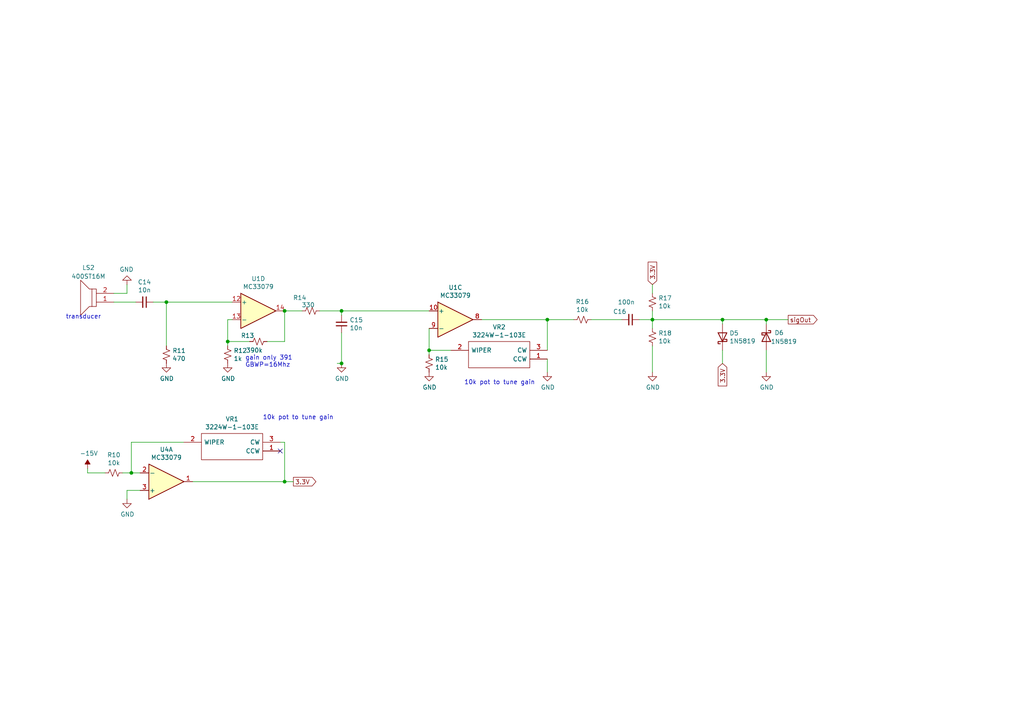
<source format=kicad_sch>
(kicad_sch (version 20211123) (generator eeschema)
  (paper "A4")
  (lib_symbols
    (symbol "Amplifier_Operational:MC33079" (pin_names (offset 0.127))
      (property "Reference" "U" (at 0 5.08 0))
      (property "Value" "MC33079" (at 0 -5.08 0))
      (symbol "MC33079_1_1"
        (polyline (pts (xy -5.08 5.08) (xy 5.08 0) (xy -5.08 -5.08) (xy -5.08 5.08)) (stroke (width 0.254)) (fill (type background)))
        (pin output line (at 7.62 0 180) (length 2.54) (name "~") (number "1"))
        (pin input line (at -7.62 -2.54 0) (length 2.54) (name "-") (number "2"))
        (pin input line (at -7.62 2.54 0) (length 2.54) (name "+") (number "3"))
      )
      (symbol "MC33079_2_1"
        (polyline (pts (xy -5.08 5.08) (xy 5.08 0) (xy -5.08 -5.08) (xy -5.08 5.08)) (stroke (width 0.254)) (fill (type background)))
        (pin input line (at -7.62 2.54 0) (length 2.54) (name "+") (number "5"))
        (pin input line (at -7.62 -2.54 0) (length 2.54) (name "-") (number "6"))
        (pin output line (at 7.62 0 180) (length 2.54) (name "~") (number "7"))
      )
      (symbol "MC33079_3_1"
        (polyline (pts (xy -5.08 5.08) (xy 5.08 0) (xy -5.08 -5.08) (xy -5.08 5.08)) (stroke (width 0.254)) (fill (type background)))
        (pin input line (at -7.62 2.54 0) (length 2.54) (name "+") (number "10"))
        (pin output line (at 7.62 0 180) (length 2.54) (name "~") (number "8"))
        (pin input line (at -7.62 -2.54 0) (length 2.54) (name "-") (number "9"))
      )
      (symbol "MC33079_4_1"
        (polyline (pts (xy -5.08 5.08) (xy 5.08 0) (xy -5.08 -5.08) (xy -5.08 5.08)) (stroke (width 0.254)) (fill (type background)))
        (pin input line (at -7.62 2.54 0) (length 2.54) (name "+") (number "12"))
        (pin input line (at -7.62 -2.54 0) (length 2.54) (name "-") (number "13"))
        (pin output line (at 7.62 0 180) (length 2.54) (name "~") (number "14"))
      )
      (symbol "MC33079_5_1"
        (pin power_in line (at -2.54 -7.62 90) (length 3.81) (name "V-") (number "11"))
        (pin power_in line (at -2.54 7.62 270) (length 3.81) (name "V+") (number "4"))
      )
    )
    (symbol "Device:C_Small" (pin_numbers hide) (pin_names (offset 0.254) hide)
      (property "Reference" "C" (at 0.254 1.778 0))
      (property "Value" "C_Small" (at 0.254 -2.032 0))
      (symbol "C_Small_0_1"
        (polyline (pts (xy -1.524 -0.508) (xy 1.524 -0.508)) (stroke (width 0.3302)))
        (polyline (pts (xy -1.524 0.508) (xy 1.524 0.508)) (stroke (width 0.3048)))
      )
      (symbol "C_Small_1_1"
        (pin passive line (at 0 2.54 270) (length 2.032) (name "~") (number "1"))
        (pin passive line (at 0 -2.54 90) (length 2.032) (name "~") (number "2"))
      )
    )
    (symbol "Device:R_Small_US" (pin_numbers hide) (pin_names (offset 0.254) hide)
      (property "Reference" "R" (at 0.762 0.508 0))
      (property "Value" "R_Small_US" (at 0.762 -1.016 0))
      (symbol "R_Small_US_1_1"
        (polyline (pts (xy 0 0) (xy 1.016 -0.381) (xy 0 -0.762) (xy -1.016 -1.143) (xy 0 -1.524)))
        (polyline (pts (xy 0 1.524) (xy 1.016 1.143) (xy 0 0.762) (xy -1.016 0.381) (xy 0 0)))
        (pin passive line (at 0 2.54 270) (length 1.016) (name "~") (number "1"))
        (pin passive line (at 0 -2.54 90) (length 1.016) (name "~") (number "2"))
      )
    )
    (symbol "Diode:1N5819" (pin_numbers hide) (pin_names (offset 1.016) hide)
      (property "Reference" "D" (at 0 2.54 0))
      (property "Value" "1N5819" (at 0 -2.54 0))
      (symbol "1N5819_0_1"
        (polyline (pts (xy 1.27 0) (xy -1.27 0)))
        (polyline (pts (xy 1.27 1.27) (xy 1.27 -1.27) (xy -1.27 0) (xy 1.27 1.27)) (stroke (width 0.254)))
        (polyline (pts (xy -1.905 0.635) (xy -1.905 1.27) (xy -1.27 1.27) (xy -1.27 -1.27) (xy -0.635 -1.27) (xy -0.635 -0.635)) (stroke (width 0.254)))
      )
      (symbol "1N5819_1_1"
        (pin passive line (at -3.81 0 0) (length 2.54) (name "K") (number "1"))
        (pin passive line (at 3.81 0 180) (length 2.54) (name "A") (number "2"))
      )
    )
    (symbol "SamacSys_Parts:400ST16M" (pin_names (offset 0.762))
      (property "Reference" "LS2" (at 7.366 -9.999 0))
      (property "Value" "400ST16M" (at 7.366 -7.4621 0))
      (symbol "400ST16M_0_0"
        (pin passive line (at 0 0 0) (length 5.08) (name "~") (number "1"))
        (pin passive line (at 0 -2.54 0) (length 5.08) (name "~") (number "2"))
      )
      (symbol "400ST16M_0_1"
        (polyline (pts (xy 5.08 1.27) (xy 5.08 -3.81) (xy 6.35 -3.81) (xy 6.35 1.27) (xy 5.08 1.27)) (stroke (width 0.1524)))
        (polyline (pts (xy 6.35 1.27) (xy 7.112 1.27) (xy 9.652 3.81) (xy 9.652 -6.35) (xy 7.112 -3.81) (xy 6.35 -3.81)) (stroke (width 0.1524)))
      )
    )
    (symbol "UltrasoundDriver-rescue:3224W-1-103E-SamacSys_Parts" (pin_names (offset 0.762))
      (property "Reference" "VR" (at 24.13 7.62 0))
      (property "Value" "3224W-1-103E-SamacSys_Parts" (at 24.13 5.08 0))
      (symbol "3224W-1-103E-SamacSys_Parts_0_0"
        (pin passive line (at 27.94 -2.54 180) (length 5.08) (name "CCW") (number "1"))
        (pin passive line (at 0 0 0) (length 5.08) (name "WIPER") (number "2"))
        (pin passive line (at 27.94 0 180) (length 5.08) (name "CW") (number "3"))
      )
      (symbol "3224W-1-103E-SamacSys_Parts_0_1"
        (polyline (pts (xy 5.08 2.54) (xy 22.86 2.54) (xy 22.86 -5.08) (xy 5.08 -5.08) (xy 5.08 2.54)) (stroke (width 0.1524)))
      )
    )
    (symbol "power:-15V" (power) (pin_names (offset 0))
      (property "Value" "-15V" (at 0 3.81 0))
      (symbol "-15V_0_0"
        (pin power_in line (at 0 0 90) (length 0) hide (name "-15V") (number "1"))
      )
      (symbol "-15V_0_1"
        (polyline (pts (xy 0 0) (xy 0 1.27) (xy 0.762 1.27) (xy 0 2.54) (xy -0.762 1.27) (xy 0 1.27)) (fill (type outline)))
      )
    )
    (symbol "power:GND" (power) (pin_names (offset 0))
      (property "Value" "GND" (at 0 -3.81 0))
      (symbol "GND_0_1"
        (polyline (pts (xy 0 0) (xy 0 -1.27) (xy 1.27 -1.27) (xy 0 -2.54) (xy -1.27 -1.27) (xy 0 -1.27)))
      )
      (symbol "GND_1_1"
        (pin power_in line (at 0 0 270) (length 0) hide (name "GND") (number "1"))
      )
    )
  )
  (junction (at 99.06 90.17))
  (junction (at 209.55 92.71))
  (junction (at 82.55 90.17))
  (junction (at 99.06 105.41))
  (junction (at 189.23 92.71))
  (junction (at 222.25 92.71))
  (junction (at 38.1 137.16))
  (junction (at 48.26 87.63))
  (junction (at 124.46 101.6))
  (junction (at 66.04 99.06))
  (junction (at 158.75 92.71))
  (junction (at 82.55 139.7))
  (no_connect (at 81.28 130.81))
  (wire (pts (xy 209.55 101.6) (xy 209.55 105.41)))
  (wire (pts (xy 124.46 101.6) (xy 130.81 101.6)))
  (wire (pts (xy 222.25 101.6) (xy 222.25 107.95)))
  (wire (pts (xy 40.64 137.16) (xy 38.1 137.16)))
  (wire (pts (xy 82.55 99.06) (xy 82.55 90.17)))
  (wire (pts (xy 67.31 92.71) (xy 66.04 92.71)))
  (wire (pts (xy 30.48 137.16) (xy 25.4 137.16)))
  (wire (pts (xy 66.04 99.06) (xy 72.39 99.06)))
  (wire (pts (xy 82.55 128.27) (xy 81.28 128.27)))
  (wire (pts (xy 189.23 100.33) (xy 189.23 107.95)))
  (wire (pts (xy 36.83 144.78) (xy 36.83 142.24)))
  (wire (pts (xy 171.45 92.71) (xy 180.34 92.71)))
  (wire (pts (xy 189.23 90.17) (xy 189.23 92.71)))
  (wire (pts (xy 48.26 87.63) (xy 67.31 87.63)))
  (wire (pts (xy 82.55 90.17) (xy 87.63 90.17)))
  (wire (pts (xy 38.1 137.16) (xy 35.56 137.16)))
  (wire (pts (xy 77.47 99.06) (xy 82.55 99.06)))
  (wire (pts (xy 44.45 87.63) (xy 48.26 87.63)))
  (wire (pts (xy 222.25 93.98) (xy 222.25 92.71)))
  (wire (pts (xy 36.83 142.24) (xy 40.64 142.24)))
  (wire (pts (xy 99.06 90.17) (xy 99.06 91.44)))
  (wire (pts (xy 139.7 92.71) (xy 158.75 92.71)))
  (wire (pts (xy 48.26 87.63) (xy 48.26 100.33)))
  (wire (pts (xy 222.25 92.71) (xy 209.55 92.71)))
  (wire (pts (xy 55.88 139.7) (xy 82.55 139.7)))
  (wire (pts (xy 25.4 137.16) (xy 25.4 135.89)))
  (wire (pts (xy 99.06 90.17) (xy 124.46 90.17)))
  (wire (pts (xy 66.04 99.06) (xy 66.04 100.33)))
  (wire (pts (xy 39.37 87.63) (xy 33.02 87.63)))
  (wire (pts (xy 82.55 139.7) (xy 85.09 139.7)))
  (wire (pts (xy 53.34 128.27) (xy 38.1 128.27)))
  (wire (pts (xy 189.23 92.71) (xy 189.23 95.25)))
  (wire (pts (xy 222.25 92.71) (xy 228.6 92.71)))
  (wire (pts (xy 166.37 92.71) (xy 158.75 92.71)))
  (wire (pts (xy 82.55 139.7) (xy 82.55 128.27)))
  (wire (pts (xy 158.75 104.14) (xy 158.75 107.95)))
  (wire (pts (xy 209.55 92.71) (xy 209.55 93.98)))
  (wire (pts (xy 185.42 92.71) (xy 189.23 92.71)))
  (wire (pts (xy 189.23 82.55) (xy 189.23 85.09)))
  (wire (pts (xy 99.06 96.52) (xy 99.06 105.41)))
  (wire (pts (xy 33.02 85.09) (xy 36.83 85.09)))
  (wire (pts (xy 189.23 92.71) (xy 209.55 92.71)))
  (wire (pts (xy 124.46 95.25) (xy 124.46 101.6)))
  (wire (pts (xy 92.71 90.17) (xy 99.06 90.17)))
  (wire (pts (xy 99.06 105.41) (xy 97.79 105.41)))
  (wire (pts (xy 36.83 85.09) (xy 36.83 82.55)))
  (wire (pts (xy 124.46 101.6) (xy 124.46 102.87)))
  (wire (pts (xy 66.04 92.71) (xy 66.04 99.06)))
  (wire (pts (xy 38.1 128.27) (xy 38.1 137.16)))
  (wire (pts (xy 158.75 101.6) (xy 158.75 92.71)))
  (text "transducer" (at 19.05 92.71 0) (effects (font (size 1.27 1.27)) (justify left bottom)))
  (text "10k pot to tune gain\n" (at 76.2 121.92 0) (effects (font (size 1.27 1.27)) (justify left bottom)))
  (text "10k pot to tune gain\n" (at 134.62 111.76 0) (effects (font (size 1.27 1.27)) (justify left bottom)))
  (text "gain only 391 \nGBWP=16Mhz" (at 71.12 106.68 0) (effects (font (size 1.27 1.27)) (justify left bottom)))
  (global_label "sigOut" (shape output) (at 228.6 92.71 0) (property "Intersheet References" "${INTERSHEET_REFS}" (effects hide)))
  (global_label "3.3V" (shape input) (at 189.23 82.55 90) (property "Intersheet References" "${INTERSHEET_REFS}" (effects hide)))
  (global_label "3.3V" (shape input) (at 209.55 105.41 270) (property "Intersheet References" "${INTERSHEET_REFS}" (effects hide)))
  (global_label "3.3V" (shape output) (at 85.09 139.7 0) (property "Intersheet References" "${INTERSHEET_REFS}" (effects hide)))
  (symbol (lib_id "Amplifier_Operational:MC33079") (at 74.93 90.17 0) (unit 4)
    (property "Reference" "U1" (at 74.93 80.8482 0))
    (property "Value" "MC33079" (at 74.93 83.1596 0))
    (property "Footprint" "Package_SO:SOIC-14_3.9x8.7mm_P1.27mm" (effects hide))
    (property "Datasheet" "https://www.onsemi.com/pub/Collateral/MC33078-D.PDF" (effects hide))
  )
  (symbol (lib_id "UltrasoundDriver-rescue:3224W-1-103E-SamacSys_Parts") (at 130.81 101.6 0) (unit 1)
    (property "Reference" "VR2" (at 144.78 94.869 0))
    (property "Value" "3224W-1-103E" (at 144.78 97.1804 0))
    (property "Footprint" "SamacSys_Parts:3224W1205E" (effects hide))
    (property "Datasheet" "http://uk.rs-online.com/web/p/products/0177481P" (effects hide))
    (property "Description" "Bourns 3224W Series 12-Turn SMD Cermet Trimmer Resistor with J-Hook Terminations, 10000 +/-10% 0.25W +/-100ppm/C" (effects hide))
    (property "Height" "5" (effects hide))
    (property "RS Part Number" "0177481P" (effects hide))
    (property "RS Price/Stock" "http://uk.rs-online.com/web/p/products/0177481P" (effects hide))
    (property "Manufacturer_Name" "Bourns" (effects hide))
    (property "Manufacturer_Part_Number" "3224W-1-103E" (effects hide))
    (property "Allied_Number" "70153354" (effects hide))
  )
  (symbol (lib_id "power:GND") (at 158.75 107.95 0) (unit 1)
    (property "Reference" "#PWR030" (effects hide))
    (property "Value" "GND" (at 158.877 112.3442 0))
  )
  (symbol (lib_id "Amplifier_Operational:MC33079") (at 48.26 139.7 0) (mirror x) (unit 1)
    (property "Reference" "U4" (at 48.26 130.3782 0))
    (property "Value" "MC33079" (at 48.26 132.6896 0))
    (property "Footprint" "Package_SO:SOIC-14_3.9x8.7mm_P1.27mm" (effects hide))
    (property "Datasheet" "https://www.onsemi.com/pub/Collateral/MC33078-D.PDF" (effects hide))
  )
  (symbol (lib_id "power:GND") (at 36.83 82.55 180) (unit 1)
    (property "Reference" "#PWR024" (effects hide))
    (property "Value" "GND" (at 36.703 78.1558 0))
  )
  (symbol (lib_id "power:GND") (at 36.83 144.78 0) (unit 1)
    (property "Reference" "#PWR025" (effects hide))
    (property "Value" "GND" (at 36.957 149.1742 0))
  )
  (symbol (lib_id "Device:C_Small") (at 41.91 87.63 270) (unit 1)
    (property "Reference" "C14" (at 41.91 81.8134 90))
    (property "Value" "10n" (at 41.91 84.1248 90))
    (property "Footprint" "Capacitor_SMD:C_0603_1608Metric" (effects hide))
  )
  (symbol (lib_id "Device:R_Small_US") (at 48.26 102.87 0) (unit 1)
    (property "Reference" "R11" (at 49.9872 101.7016 0) (effects (justify left)))
    (property "Value" "470" (at 49.9872 104.013 0) (effects (justify left)))
    (property "Footprint" "Resistor_SMD:R_0603_1608Metric" (effects hide))
  )
  (symbol (lib_id "power:-15V") (at 25.4 135.89 0) (unit 1)
    (property "Reference" "#PWR023" (effects hide))
    (property "Value" "-15V" (at 25.781 131.4958 0))
  )
  (symbol (lib_id "Device:R_Small_US") (at 33.02 137.16 270) (unit 1)
    (property "Reference" "R10" (at 33.02 131.953 90))
    (property "Value" "10k" (at 33.02 134.2644 90))
    (property "Footprint" "Resistor_SMD:R_0603_1608Metric" (effects hide))
  )
  (symbol (lib_id "Device:R_Small_US") (at 66.04 102.87 0) (unit 1)
    (property "Reference" "R12" (at 67.7672 101.7016 0) (effects (justify left)))
    (property "Value" "1k" (at 67.7672 104.013 0) (effects (justify left)))
    (property "Footprint" "Resistor_SMD:R_0603_1608Metric" (effects hide))
  )
  (symbol (lib_id "power:GND") (at 66.04 105.41 0) (unit 1)
    (property "Reference" "#PWR027" (effects hide))
    (property "Value" "GND" (at 66.167 109.8042 0))
  )
  (symbol (lib_id "UltrasoundDriver-rescue:3224W-1-103E-SamacSys_Parts") (at 53.34 128.27 0) (unit 1)
    (property "Reference" "VR1" (at 67.31 121.539 0))
    (property "Value" "3224W-1-103E" (at 67.31 123.8504 0))
    (property "Footprint" "SamacSys_Parts:3224W1205E" (effects hide))
    (property "Datasheet" "http://uk.rs-online.com/web/p/products/0177481P" (effects hide))
    (property "Description" "Bourns 3224W Series 12-Turn SMD Cermet Trimmer Resistor with J-Hook Terminations, 10000 +/-10% 0.25W +/-100ppm/C" (effects hide))
    (property "Height" "5" (effects hide))
    (property "RS Part Number" "0177481P" (effects hide))
    (property "RS Price/Stock" "http://uk.rs-online.com/web/p/products/0177481P" (effects hide))
    (property "Manufacturer_Name" "Bourns" (effects hide))
    (property "Manufacturer_Part_Number" "3224W-1-103E" (effects hide))
    (property "Allied_Number" "70153354" (effects hide))
  )
  (symbol (lib_id "Device:R_Small_US") (at 74.93 99.06 90) (unit 1)
    (property "Reference" "R13" (at 73.7616 97.3328 90) (effects (justify left)))
    (property "Value" "390k" (at 76.2 101.6 90) (effects (justify left)))
    (property "Footprint" "Resistor_SMD:R_0603_1608Metric" (effects hide))
  )
  (symbol (lib_id "Device:R_Small_US") (at 90.17 90.17 90) (unit 1)
    (property "Reference" "R14" (at 88.9 86.36 90) (effects (justify left)))
    (property "Value" "330" (at 91.313 88.4428 90) (effects (justify left)))
    (property "Footprint" "Resistor_SMD:R_0603_1608Metric" (effects hide))
  )
  (symbol (lib_id "Device:C_Small") (at 99.06 93.98 180) (unit 1)
    (property "Reference" "C15" (at 101.3968 92.8116 0) (effects (justify right)))
    (property "Value" "10n" (at 101.3968 95.123 0) (effects (justify right)))
    (property "Footprint" "Capacitor_SMD:C_0603_1608Metric" (effects hide))
  )
  (symbol (lib_id "Device:R_Small_US") (at 168.91 92.71 270) (unit 1)
    (property "Reference" "R16" (at 168.91 87.503 90))
    (property "Value" "10k" (at 168.91 89.8144 90))
    (property "Footprint" "Resistor_SMD:R_0603_1608Metric" (effects hide))
  )
  (symbol (lib_id "power:GND") (at 99.06 105.41 0) (unit 1)
    (property "Reference" "#PWR028" (effects hide))
    (property "Value" "GND" (at 99.187 109.8042 0))
  )
  (symbol (lib_id "Amplifier_Operational:MC33079") (at 132.08 92.71 0) (unit 3)
    (property "Reference" "U1" (at 132.08 83.3882 0))
    (property "Value" "MC33079" (at 132.08 85.6996 0))
    (property "Footprint" "Package_SO:SOIC-14_3.9x8.7mm_P1.27mm" (effects hide))
    (property "Datasheet" "https://www.onsemi.com/pub/Collateral/MC33078-D.PDF" (effects hide))
  )
  (symbol (lib_id "Device:C_Small") (at 182.88 92.71 270) (unit 1)
    (property "Reference" "C16" (at 181.7116 90.3732 90) (effects (justify right)))
    (property "Value" "100n" (at 184.15 87.63 90) (effects (justify right)))
    (property "Footprint" "Capacitor_SMD:C_0603_1608Metric" (effects hide))
  )
  (symbol (lib_id "Device:R_Small_US") (at 124.46 105.41 0) (unit 1)
    (property "Reference" "R15" (at 126.1872 104.2416 0) (effects (justify left)))
    (property "Value" "10k" (at 126.1872 106.553 0) (effects (justify left)))
    (property "Footprint" "Resistor_SMD:R_0603_1608Metric" (effects hide))
  )
  (symbol (lib_id "power:GND") (at 124.46 107.95 0) (unit 1)
    (property "Reference" "#PWR029" (effects hide))
    (property "Value" "GND" (at 124.587 112.3442 0))
  )
  (symbol (lib_id "Device:R_Small_US") (at 189.23 87.63 180) (unit 1)
    (property "Reference" "R17" (at 190.9572 86.4616 0) (effects (justify right)))
    (property "Value" "10k" (at 190.9572 88.773 0) (effects (justify right)))
    (property "Footprint" "Resistor_SMD:R_0603_1608Metric" (effects hide))
  )
  (symbol (lib_id "Device:R_Small_US") (at 189.23 97.79 180) (unit 1)
    (property "Reference" "R18" (at 190.9572 96.6216 0) (effects (justify right)))
    (property "Value" "10k" (at 190.9572 98.933 0) (effects (justify right)))
    (property "Footprint" "Resistor_SMD:R_0603_1608Metric" (effects hide))
  )
  (symbol (lib_id "power:GND") (at 189.23 107.95 0) (unit 1)
    (property "Reference" "#PWR031" (effects hide))
    (property "Value" "GND" (at 189.357 112.3442 0))
  )
  (symbol (lib_id "Diode:1N5819") (at 209.55 97.79 90) (unit 1)
    (property "Reference" "D5" (at 211.5566 96.6216 90) (effects (justify right)))
    (property "Value" "1N5819" (at 211.5566 98.933 90) (effects (justify right)))
    (property "Footprint" "Diode_THT:D_DO-41_SOD81_P10.16mm_Horizontal" (effects hide))
    (property "Datasheet" "http://www.vishay.com/docs/88525/1n5817.pdf" (effects hide))
  )
  (symbol (lib_id "Diode:1N5819") (at 222.25 97.79 270) (unit 1)
    (property "Reference" "D6" (at 227.33 96.52 90) (effects (justify right)))
    (property "Value" "1N5819" (at 231.14 99.06 90) (effects (justify right)))
    (property "Footprint" "Diode_THT:D_DO-41_SOD81_P10.16mm_Horizontal" (effects hide))
    (property "Datasheet" "http://www.vishay.com/docs/88525/1n5817.pdf" (effects hide))
  )
  (symbol (lib_id "power:GND") (at 222.25 107.95 0) (unit 1)
    (property "Reference" "#PWR032" (effects hide))
    (property "Value" "GND" (at 222.377 112.3442 0))
  )
  (symbol (lib_id "power:GND") (at 48.26 105.41 0) (unit 1)
    (property "Reference" "#PWR026" (effects hide))
    (property "Value" "GND" (at 48.387 109.8042 0))
  )
  (symbol (lib_id "SamacSys_Parts:400ST16M") (at 33.02 87.63 180) (unit 1)
    (property "Reference" "LS2" (at 25.654 77.631 0))
    (property "Value" "400ST16M" (at 25.654 80.1679 0))
    (property "Footprint" "SamacSys_Parts:400ST16M" (effects hide))
    (property "Datasheet" "https://componentsearchengine.com/Datasheets/1/400ST16M.pdf" (effects hide))
    (property "Description" "Air Ultrasonic Ceramic Transducers" (effects hide))
    (property "Height" "12.45" (effects hide))
    (property "Manufacturer_Name" "Pro-Wave Electronics" (effects hide))
    (property "Manufacturer_Part_Number" "400ST16M" (effects hide))
  )
)
</source>
